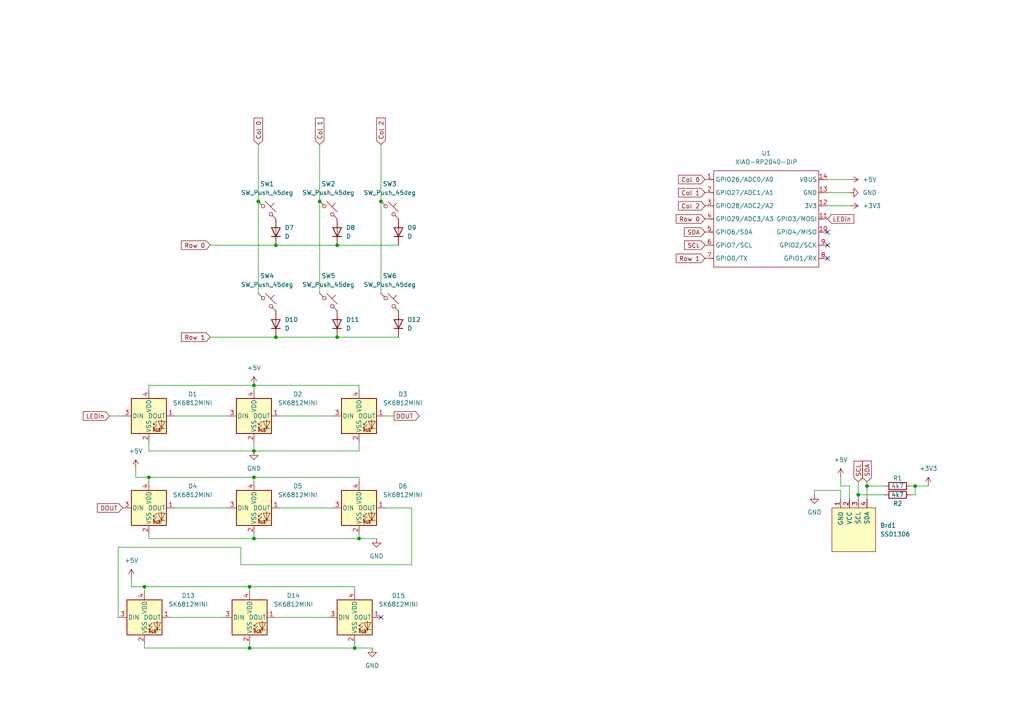
<source format=kicad_sch>
(kicad_sch (version 20231120) (generator "eeschema") (generator_version "8.0")
  (paper "A4")
  (lib_symbols
    (symbol "Device:D" (pin_numbers hide) (pin_names (offset 1.016) hide)
      (property "Reference" "D" (at 0 2.54 0))
      (property "Value" "D" (at 0 -2.54 0))
      (symbol "D_0_1"
        (polyline (pts (xy -1.27 1.27) (xy -1.27 -1.27)) (stroke (width 0.254)))
        (polyline (pts (xy 1.27 0) (xy -1.27 0)))
        (polyline (pts (xy 1.27 1.27) (xy 1.27 -1.27) (xy -1.27 0) (xy 1.27 1.27)) (stroke (width 0.254)))
      )
      (symbol "D_1_1"
        (pin passive line (at -3.81 0 0) (length 2.54) (name "K") (number "1"))
        (pin passive line (at 3.81 0 180) (length 2.54) (name "A") (number "2"))
      )
    )
    (symbol "Device:R" (pin_numbers hide) (pin_names (offset 0))
      (property "Reference" "R" (at 2.032 0 90))
      (property "Value" "R" (at 0 0 90))
      (symbol "R_0_1"
        (rectangle (start -1.016 -2.54) (end 1.016 2.54) (stroke (width 0.254)))
      )
      (symbol "R_1_1"
        (pin passive line (at 0 3.81 270) (length 1.27) (name "~") (number "1"))
        (pin passive line (at 0 -3.81 90) (length 1.27) (name "~") (number "2"))
      )
    )
    (symbol "LED:SK6812MINI" (pin_names (offset 0.254))
      (property "Reference" "D" (at 5.08 5.715 0))
      (property "Value" "SK6812MINI" (at 1.27 -5.715 0))
      (symbol "SK6812MINI_0_0"
        (text "RGB" (at 2.286 -4.191 0) (effects (font (size 0.762 0.762))))
      )
      (symbol "SK6812MINI_0_1"
        (polyline (pts (xy 1.27 -3.556) (xy 1.778 -3.556)))
        (polyline (pts (xy 1.27 -2.54) (xy 1.778 -2.54)))
        (polyline (pts (xy 4.699 -3.556) (xy 2.667 -3.556)))
        (polyline (pts (xy 2.286 -2.54) (xy 1.27 -3.556) (xy 1.27 -3.048)))
        (polyline (pts (xy 2.286 -1.524) (xy 1.27 -2.54) (xy 1.27 -2.032)))
        (polyline (pts (xy 3.683 -1.016) (xy 3.683 -3.556) (xy 3.683 -4.064)))
        (polyline (pts (xy 4.699 -1.524) (xy 2.667 -1.524) (xy 3.683 -3.556) (xy 4.699 -1.524)))
        (rectangle (start 5.08 5.08) (end -5.08 -5.08) (stroke (width 0.254)) (fill (type background)))
      )
      (symbol "SK6812MINI_1_1"
        (pin output line (at 7.62 0 180) (length 2.54) (name "DOUT") (number "1"))
        (pin power_in line (at 0 -7.62 90) (length 2.54) (name "VSS") (number "2"))
        (pin input line (at -7.62 0 0) (length 2.54) (name "DIN") (number "3"))
        (pin power_in line (at 0 7.62 270) (length 2.54) (name "VDD") (number "4"))
      )
    )
    (symbol "Switch:SW_Push_45deg" (pin_numbers hide) (pin_names (offset 1.016) hide)
      (property "Reference" "SW" (at 3.048 1.016 0))
      (property "Value" "SW_Push_45deg" (at 0 -3.81 0))
      (symbol "SW_Push_45deg_0_1"
        (circle (center -1.1684 1.1684) (radius 0.508))
        (polyline (pts (xy -0.508 2.54) (xy 2.54 -0.508)))
        (polyline (pts (xy 1.016 1.016) (xy 2.032 2.032)))
        (polyline (pts (xy -2.54 2.54) (xy -1.524 1.524) (xy -1.524 1.524)))
        (polyline (pts (xy 1.524 -1.524) (xy 2.54 -2.54) (xy 2.54 -2.54) (xy 2.54 -2.54)))
        (circle (center 1.143 -1.1938) (radius 0.508))
        (pin passive line (at -2.54 2.54 0) (length 0) (name "1") (number "1"))
        (pin passive line (at 2.54 -2.54 180) (length 0) (name "2") (number "2"))
      )
    )
    (symbol "oled:SSD1306" (pin_names (offset 1.016))
      (property "Reference" "Brd" (at 0 -3.81 0))
      (property "Value" "SSD1306" (at 0 -1.27 0))
      (symbol "SSD1306_0_1"
        (rectangle (start -6.35 6.35) (end 6.35 -6.35) (fill (type background)))
      )
      (symbol "SSD1306_1_1"
        (pin input line (at -3.81 8.89 270) (length 2.54) (name "GND") (number "1"))
        (pin input line (at -1.27 8.89 270) (length 2.54) (name "VCC") (number "2"))
        (pin input line (at 1.27 8.89 270) (length 2.54) (name "SCL") (number "3"))
        (pin input line (at 3.81 8.89 270) (length 2.54) (name "SDA") (number "4"))
      )
    )
    (symbol "power:+3V3" (power) (pin_numbers hide) (pin_names (offset 0) hide)
      (property "Value" "+3V3" (at 0 3.556 0))
      (symbol "+3V3_0_1"
        (polyline (pts (xy -0.762 1.27) (xy 0 2.54)))
        (polyline (pts (xy 0 0) (xy 0 2.54)))
        (polyline (pts (xy 0 2.54) (xy 0.762 1.27)))
      )
      (symbol "+3V3_1_1"
        (pin power_in line (at 0 0 90) (length 0) (name "~") (number "1"))
      )
    )
    (symbol "power:+5V" (power) (pin_numbers hide) (pin_names (offset 0) hide)
      (property "Value" "+5V" (at 0 3.556 0))
      (symbol "+5V_0_1"
        (polyline (pts (xy -0.762 1.27) (xy 0 2.54)))
        (polyline (pts (xy 0 0) (xy 0 2.54)))
        (polyline (pts (xy 0 2.54) (xy 0.762 1.27)))
      )
      (symbol "+5V_1_1"
        (pin power_in line (at 0 0 90) (length 0) (name "~") (number "1"))
      )
    )
    (symbol "power:GND" (power) (pin_numbers hide) (pin_names (offset 0) hide)
      (property "Value" "GND" (at 0 -3.81 0))
      (symbol "GND_0_1"
        (polyline (pts (xy 0 0) (xy 0 -1.27) (xy 1.27 -1.27) (xy 0 -2.54) (xy -1.27 -1.27) (xy 0 -1.27)))
      )
      (symbol "GND_1_1"
        (pin power_in line (at 0 0 270) (length 0) (name "~") (number "1"))
      )
    )
    (symbol "xiao:XIAO-RP2040-DIP"
      (property "Reference" "U" (at 0 0 0))
      (property "Value" "XIAO-RP2040-DIP" (at 5.334 -1.778 0))
      (symbol "XIAO-RP2040-DIP_1_0"
        (polyline (pts (xy -1.27 -30.48) (xy -1.27 -16.51)) (stroke (width 0.1524)))
        (polyline (pts (xy -1.27 -27.94) (xy -2.54 -27.94)) (stroke (width 0.1524)))
        (polyline (pts (xy -1.27 -24.13) (xy -2.54 -24.13)) (stroke (width 0.1524)))
        (polyline (pts (xy -1.27 -20.32) (xy -2.54 -20.32)) (stroke (width 0.1524)))
        (polyline (pts (xy -1.27 -16.51) (xy -2.54 -16.51)) (stroke (width 0.1524)))
        (polyline (pts (xy -1.27 -16.51) (xy -1.27 -12.7)) (stroke (width 0.1524)))
        (polyline (pts (xy -1.27 -12.7) (xy -2.54 -12.7)) (stroke (width 0.1524)))
        (polyline (pts (xy -1.27 -12.7) (xy -1.27 -8.89)) (stroke (width 0.1524)))
        (polyline (pts (xy -1.27 -8.89) (xy -2.54 -8.89)) (stroke (width 0.1524)))
        (polyline (pts (xy -1.27 -8.89) (xy -1.27 -5.08)) (stroke (width 0.1524)))
        (polyline (pts (xy -1.27 -5.08) (xy -2.54 -5.08)) (stroke (width 0.1524)))
        (polyline (pts (xy -1.27 -5.08) (xy -1.27 -2.54)) (stroke (width 0.1524)))
        (polyline (pts (xy -1.27 -2.54) (xy 29.21 -2.54)) (stroke (width 0.1524)))
        (polyline (pts (xy 29.21 -30.48) (xy -1.27 -30.48)) (stroke (width 0.1524)))
        (polyline (pts (xy 29.21 -12.7) (xy 29.21 -30.48)) (stroke (width 0.1524)))
        (polyline (pts (xy 29.21 -8.89) (xy 29.21 -12.7)) (stroke (width 0.1524)))
        (polyline (pts (xy 29.21 -5.08) (xy 29.21 -8.89)) (stroke (width 0.1524)))
        (polyline (pts (xy 29.21 -2.54) (xy 29.21 -5.08)) (stroke (width 0.1524)))
        (polyline (pts (xy 30.48 -27.94) (xy 29.21 -27.94)) (stroke (width 0.1524)))
        (polyline (pts (xy 30.48 -24.13) (xy 29.21 -24.13)) (stroke (width 0.1524)))
        (polyline (pts (xy 30.48 -20.32) (xy 29.21 -20.32)) (stroke (width 0.1524)))
        (polyline (pts (xy 30.48 -16.51) (xy 29.21 -16.51)) (stroke (width 0.1524)))
        (polyline (pts (xy 30.48 -12.7) (xy 29.21 -12.7)) (stroke (width 0.1524)))
        (polyline (pts (xy 30.48 -8.89) (xy 29.21 -8.89)) (stroke (width 0.1524)))
        (polyline (pts (xy 30.48 -5.08) (xy 29.21 -5.08)) (stroke (width 0.1524)))
        (pin passive line (at -3.81 -5.08 0) (length 2.54) (name "GPIO26/ADC0/A0") (number "1"))
        (pin passive line (at 31.75 -20.32 180) (length 2.54) (name "GPIO4/MISO") (number "10"))
        (pin passive line (at 31.75 -16.51 180) (length 2.54) (name "GPIO3/MOSI") (number "11"))
        (pin passive line (at 31.75 -12.7 180) (length 2.54) (name "3V3") (number "12"))
        (pin passive line (at 31.75 -8.89 180) (length 2.54) (name "GND") (number "13"))
        (pin passive line (at 31.75 -5.08 180) (length 2.54) (name "VBUS") (number "14"))
        (pin passive line (at -3.81 -8.89 0) (length 2.54) (name "GPIO27/ADC1/A1") (number "2"))
        (pin passive line (at -3.81 -12.7 0) (length 2.54) (name "GPIO28/ADC2/A2") (number "3"))
        (pin passive line (at -3.81 -16.51 0) (length 2.54) (name "GPIO29/ADC3/A3") (number "4"))
        (pin passive line (at -3.81 -20.32 0) (length 2.54) (name "GPIO6/SDA") (number "5"))
        (pin passive line (at -3.81 -24.13 0) (length 2.54) (name "GPIO7/SCL") (number "6"))
        (pin passive line (at -3.81 -27.94 0) (length 2.54) (name "GPIO0/TX") (number "7"))
        (pin passive line (at 31.75 -27.94 180) (length 2.54) (name "GPIO1/RX") (number "8"))
        (pin passive line (at 31.75 -24.13 180) (length 2.54) (name "GPIO2/SCK") (number "9"))
      )
    )
  )
  (junction (at 248.92 143.51))
  (junction (at 73.66 156.21))
  (junction (at 104.14 156.21))
  (junction (at 73.66 138.43))
  (junction (at 80.01 71.12))
  (junction (at 43.18 138.43))
  (junction (at 41.91 170.18))
  (junction (at 72.39 170.18))
  (junction (at 102.87 187.96))
  (junction (at 73.66 130.81))
  (junction (at 74.93 58.42))
  (junction (at 73.66 111.76))
  (junction (at 80.01 97.79))
  (junction (at 72.39 187.96))
  (junction (at 265.43 140.97))
  (junction (at 110.49 58.42))
  (junction (at 92.71 58.42))
  (junction (at 251.46 140.97))
  (junction (at 97.79 71.12))
  (junction (at 97.79 97.79))
  (no_connect (at 110.49 179.07))
  (no_connect (at 240.03 67.31))
  (no_connect (at 240.03 74.93))
  (no_connect (at 240.03 71.12))
  (wire (pts (xy 92.71 58.42) (xy 92.71 85.09)))
  (wire (pts (xy 74.93 58.42) (xy 74.93 85.09)))
  (wire (pts (xy 43.18 156.21) (xy 73.66 156.21)))
  (wire (pts (xy 265.43 140.97) (xy 265.43 143.51)))
  (wire (pts (xy 102.87 187.96) (xy 107.95 187.96)))
  (wire (pts (xy 73.66 111.76) (xy 73.66 113.03)))
  (wire (pts (xy 236.22 142.24) (xy 243.84 142.24)))
  (wire (pts (xy 104.14 156.21) (xy 109.22 156.21)))
  (wire (pts (xy 43.18 138.43) (xy 73.66 138.43)))
  (wire (pts (xy 43.18 130.81) (xy 73.66 130.81)))
  (wire (pts (xy 43.18 113.03) (xy 43.18 111.76)))
  (wire (pts (xy 104.14 138.43) (xy 104.14 139.7)))
  (wire (pts (xy 60.96 71.12) (xy 80.01 71.12)))
  (wire (pts (xy 60.96 97.79) (xy 80.01 97.79)))
  (wire (pts (xy 69.85 163.83) (xy 69.85 158.75)))
  (wire (pts (xy 72.39 170.18) (xy 102.87 170.18)))
  (wire (pts (xy 264.16 140.97) (xy 265.43 140.97)))
  (wire (pts (xy 73.66 138.43) (xy 104.14 138.43)))
  (wire (pts (xy 251.46 139.7) (xy 251.46 140.97)))
  (wire (pts (xy 243.84 142.24) (xy 243.84 144.78)))
  (wire (pts (xy 43.18 154.94) (xy 43.18 156.21)))
  (wire (pts (xy 111.76 147.32) (xy 119.38 147.32)))
  (wire (pts (xy 41.91 187.96) (xy 72.39 187.96)))
  (wire (pts (xy 81.28 147.32) (xy 96.52 147.32)))
  (wire (pts (xy 41.91 170.18) (xy 38.1 170.18)))
  (wire (pts (xy 81.28 120.65) (xy 96.52 120.65)))
  (wire (pts (xy 72.39 186.69) (xy 72.39 187.96)))
  (wire (pts (xy 248.92 143.51) (xy 248.92 144.78)))
  (wire (pts (xy 73.66 138.43) (xy 73.66 139.7)))
  (wire (pts (xy 240.03 52.07) (xy 246.38 52.07)))
  (wire (pts (xy 104.14 111.76) (xy 104.14 113.03)))
  (wire (pts (xy 110.49 41.91) (xy 110.49 58.42)))
  (wire (pts (xy 251.46 140.97) (xy 251.46 144.78)))
  (wire (pts (xy 110.49 58.42) (xy 110.49 85.09)))
  (wire (pts (xy 73.66 130.81) (xy 104.14 130.81)))
  (wire (pts (xy 243.84 140.97) (xy 246.38 140.97)))
  (wire (pts (xy 72.39 170.18) (xy 72.39 171.45)))
  (wire (pts (xy 248.92 143.51) (xy 256.54 143.51)))
  (wire (pts (xy 104.14 130.81) (xy 104.14 128.27)))
  (wire (pts (xy 80.01 179.07) (xy 95.25 179.07)))
  (wire (pts (xy 80.01 97.79) (xy 97.79 97.79)))
  (wire (pts (xy 43.18 128.27) (xy 43.18 130.81)))
  (wire (pts (xy 251.46 140.97) (xy 256.54 140.97)))
  (wire (pts (xy 74.93 41.91) (xy 74.93 58.42)))
  (wire (pts (xy 73.66 128.27) (xy 73.66 130.81)))
  (wire (pts (xy 31.75 120.65) (xy 35.56 120.65)))
  (wire (pts (xy 102.87 170.18) (xy 102.87 171.45)))
  (wire (pts (xy 104.14 156.21) (xy 104.14 154.94)))
  (wire (pts (xy 41.91 171.45) (xy 41.91 170.18)))
  (wire (pts (xy 41.91 170.18) (xy 72.39 170.18)))
  (wire (pts (xy 240.03 59.69) (xy 246.38 59.69)))
  (wire (pts (xy 50.8 147.32) (xy 66.04 147.32)))
  (wire (pts (xy 43.18 138.43) (xy 39.37 138.43)))
  (wire (pts (xy 80.01 71.12) (xy 97.79 71.12)))
  (wire (pts (xy 246.38 140.97) (xy 246.38 144.78)))
  (wire (pts (xy 236.22 143.51) (xy 236.22 142.24)))
  (wire (pts (xy 119.38 163.83) (xy 69.85 163.83)))
  (wire (pts (xy 92.71 41.91) (xy 92.71 58.42)))
  (wire (pts (xy 43.18 111.76) (xy 73.66 111.76)))
  (wire (pts (xy 39.37 135.89) (xy 39.37 138.43)))
  (wire (pts (xy 248.92 139.7) (xy 248.92 143.51)))
  (wire (pts (xy 265.43 143.51) (xy 264.16 143.51)))
  (wire (pts (xy 73.66 111.76) (xy 104.14 111.76)))
  (wire (pts (xy 73.66 154.94) (xy 73.66 156.21)))
  (wire (pts (xy 34.29 158.75) (xy 34.29 179.07)))
  (wire (pts (xy 69.85 158.75) (xy 34.29 158.75)))
  (wire (pts (xy 41.91 186.69) (xy 41.91 187.96)))
  (wire (pts (xy 269.24 140.97) (xy 265.43 140.97)))
  (wire (pts (xy 111.76 120.65) (xy 114.3 120.65)))
  (wire (pts (xy 43.18 139.7) (xy 43.18 138.43)))
  (wire (pts (xy 72.39 187.96) (xy 102.87 187.96)))
  (wire (pts (xy 97.79 97.79) (xy 115.57 97.79)))
  (wire (pts (xy 240.03 55.88) (xy 246.38 55.88)))
  (wire (pts (xy 97.79 71.12) (xy 115.57 71.12)))
  (wire (pts (xy 243.84 138.43) (xy 243.84 140.97)))
  (wire (pts (xy 49.53 179.07) (xy 64.77 179.07)))
  (wire (pts (xy 102.87 187.96) (xy 102.87 186.69)))
  (wire (pts (xy 119.38 147.32) (xy 119.38 163.83)))
  (wire (pts (xy 50.8 120.65) (xy 66.04 120.65)))
  (wire (pts (xy 38.1 167.64) (xy 38.1 170.18)))
  (wire (pts (xy 73.66 156.21) (xy 104.14 156.21)))
  (global_label "LEDin" (shape input) (at 31.75 120.65 180) (property "Intersheetrefs" "${INTERSHEET_REFS}" (effects (hide yes))))
  (global_label "Row 1" (shape input) (at 204.47 74.93 180) (property "Intersheetrefs" "${INTERSHEET_REFS}" (effects (hide yes))))
  (global_label "DOUT" (shape output) (at 114.3 120.65 0) (property "Intersheetrefs" "${INTERSHEET_REFS}" (effects (hide yes))))
  (global_label "Col 1" (shape input) (at 204.47 55.88 180) (property "Intersheetrefs" "${INTERSHEET_REFS}" (effects (hide yes))))
  (global_label "Row 1" (shape input) (at 60.96 97.79 180) (property "Intersheetrefs" "${INTERSHEET_REFS}" (effects (hide yes))))
  (global_label "SCL" (shape input) (at 204.47 71.12 180) (property "Intersheetrefs" "${INTERSHEET_REFS}" (effects (hide yes))))
  (global_label "SCL" (shape input) (at 248.92 139.7 90) (property "Intersheetrefs" "${INTERSHEET_REFS}" (effects (hide yes))))
  (global_label "Col 0" (shape input) (at 204.47 52.07 180) (property "Intersheetrefs" "${INTERSHEET_REFS}" (effects (hide yes))))
  (global_label "SDA" (shape input) (at 204.47 67.31 180) (property "Intersheetrefs" "${INTERSHEET_REFS}" (effects (hide yes))))
  (global_label "Col 2" (shape input) (at 110.49 41.91 90) (property "Intersheetrefs" "${INTERSHEET_REFS}" (effects (hide yes))))
  (global_label "SDA" (shape input) (at 251.46 139.7 90) (property "Intersheetrefs" "${INTERSHEET_REFS}" (effects (hide yes))))
  (global_label "Col 1" (shape input) (at 92.71 41.91 90) (property "Intersheetrefs" "${INTERSHEET_REFS}" (effects (hide yes))))
  (global_label "Row 0" (shape input) (at 204.47 63.5 180) (property "Intersheetrefs" "${INTERSHEET_REFS}" (effects (hide yes))))
  (global_label "Col 0" (shape input) (at 74.93 41.91 90) (property "Intersheetrefs" "${INTERSHEET_REFS}" (effects (hide yes))))
  (global_label "Col 2" (shape input) (at 204.47 59.69 180) (property "Intersheetrefs" "${INTERSHEET_REFS}" (effects (hide yes))))
  (global_label "DOUT" (shape input) (at 35.56 147.32 180) (property "Intersheetrefs" "${INTERSHEET_REFS}" (effects (hide yes))))
  (global_label "LEDin" (shape input) (at 240.03 63.5 0) (property "Intersheetrefs" "${INTERSHEET_REFS}" (effects (hide yes))))
  (global_label "Row 0" (shape input) (at 60.96 71.12 180) (property "Intersheetrefs" "${INTERSHEET_REFS}" (effects (hide yes))))
  (symbol (lib_id "LED:SK6812MINI") (at 104.14 120.65 0) (unit 1)
    (property "Reference" "D3" (at 116.84 114.3314 0))
    (property "Value" "SK6812MINI" (at 116.84 116.8714 0))
    (property "Footprint" "cyao:SK6812MINI-E" (effects (hide yes)))
    (property "Datasheet" "https://cdn-shop.adafruit.com/product-files/2686/SK6812MINI_REV.01-1-2.pdf" (effects (hide yes)))
    (property "Description" "RGB LED with integrated controller" (effects (hide yes)))
  )
  (symbol (lib_id "power:GND") (at 246.38 55.88 90) (unit 1)
    (property "Reference" "#PWR02" (effects (hide yes)))
    (property "Value" "GND" (at 250.19 55.8799 90) (effects (justify right)))
    (property "Description" "Power symbol creates a global label with name \"GND\" , ground" (effects (hide yes)))
  )
  (symbol (lib_id "Switch:SW_Push_45deg") (at 77.47 87.63 0) (unit 1)
    (property "Reference" "SW4" (at 77.47 80.01 0))
    (property "Value" "SW_Push_45deg" (at 77.47 82.55 0))
    (property "Footprint" "mx:MX-Solderable-1U" (effects (hide yes)))
    (property "Description" "Push button switch, normally open, two pins, 45° tilted" (effects (hide yes)))
  )
  (symbol (lib_id "power:+5V") (at 39.37 135.89 0) (unit 1)
    (property "Reference" "#PWR06" (effects (hide yes)))
    (property "Value" "+5V" (at 39.37 130.81 0))
    (property "Description" "Power symbol creates a global label with name \"+5V\"" (effects (hide yes)))
  )
  (symbol (lib_id "LED:SK6812MINI") (at 41.91 179.07 0) (unit 1)
    (property "Reference" "D13" (at 54.61 172.7514 0))
    (property "Value" "SK6812MINI" (at 54.61 175.2914 0))
    (property "Footprint" "cyao:SK6812MINI-E" (effects (hide yes)))
    (property "Datasheet" "https://cdn-shop.adafruit.com/product-files/2686/SK6812MINI_REV.01-1-2.pdf" (effects (hide yes)))
    (property "Description" "RGB LED with integrated controller" (effects (hide yes)))
  )
  (symbol (lib_id "power:+5V") (at 246.38 52.07 270) (unit 1)
    (property "Reference" "#PWR01" (effects (hide yes)))
    (property "Value" "+5V" (at 250.19 52.0699 90) (effects (justify left)))
    (property "Description" "Power symbol creates a global label with name \"+5V\"" (effects (hide yes)))
  )
  (symbol (lib_id "LED:SK6812MINI") (at 73.66 120.65 0) (unit 1)
    (property "Reference" "D2" (at 86.36 114.3314 0))
    (property "Value" "SK6812MINI" (at 86.36 116.8714 0))
    (property "Footprint" "cyao:SK6812MINI-E" (effects (hide yes)))
    (property "Datasheet" "https://cdn-shop.adafruit.com/product-files/2686/SK6812MINI_REV.01-1-2.pdf" (effects (hide yes)))
    (property "Description" "RGB LED with integrated controller" (effects (hide yes)))
  )
  (symbol (lib_id "LED:SK6812MINI") (at 104.14 147.32 0) (unit 1)
    (property "Reference" "D6" (at 116.84 141.0014 0))
    (property "Value" "SK6812MINI" (at 116.84 143.5414 0))
    (property "Footprint" "cyao:SK6812MINI-E" (effects (hide yes)))
    (property "Datasheet" "https://cdn-shop.adafruit.com/product-files/2686/SK6812MINI_REV.01-1-2.pdf" (effects (hide yes)))
    (property "Description" "RGB LED with integrated controller" (effects (hide yes)))
  )
  (symbol (lib_id "Device:D") (at 97.79 93.98 90) (unit 1)
    (property "Reference" "D11" (at 100.33 92.7099 90) (effects (justify right)))
    (property "Value" "D" (at 100.33 95.2499 90) (effects (justify right)))
    (property "Footprint" "Diode_THT:D_DO-35_SOD27_P7.62mm_Horizontal" (effects (hide yes)))
    (property "Description" "Diode" (effects (hide yes)))
    (property "Sim.Device" "D" (effects (hide yes)))
    (property "Sim.Pins" "1=K 2=A" (effects (hide yes)))
  )
  (symbol (lib_id "Device:D") (at 80.01 67.31 90) (unit 1)
    (property "Reference" "D7" (at 82.55 66.0399 90) (effects (justify right)))
    (property "Value" "D" (at 82.55 68.5799 90) (effects (justify right)))
    (property "Footprint" "Diode_THT:D_DO-35_SOD27_P7.62mm_Horizontal" (effects (hide yes)))
    (property "Description" "Diode" (effects (hide yes)))
    (property "Sim.Device" "D" (effects (hide yes)))
    (property "Sim.Pins" "1=K 2=A" (effects (hide yes)))
  )
  (symbol (lib_id "power:GND") (at 109.22 156.21 0) (unit 1)
    (property "Reference" "#PWR07" (effects (hide yes)))
    (property "Value" "GND" (at 109.22 161.29 0))
    (property "Description" "Power symbol creates a global label with name \"GND\" , ground" (effects (hide yes)))
  )
  (symbol (lib_id "oled:SSD1306") (at 247.65 153.67 0) (unit 1)
    (property "Reference" "Brd1" (at 255.27 152.3999 0) (effects (justify left)))
    (property "Value" "SSD1306" (at 255.27 154.9399 0) (effects (justify left)))
    (property "Footprint" "oled:SSD1306-0.91-OLED-4pin-128x32" (effects (hide yes)))
    (property "Description" "SSD1306 OLED" (effects (hide yes)))
  )
  (symbol (lib_id "power:+5V") (at 38.1 167.64 0) (unit 1)
    (property "Reference" "#PWR010" (effects (hide yes)))
    (property "Value" "+5V" (at 38.1 162.56 0))
    (property "Description" "Power symbol creates a global label with name \"+5V\"" (effects (hide yes)))
  )
  (symbol (lib_id "LED:SK6812MINI") (at 73.66 147.32 0) (unit 1)
    (property "Reference" "D5" (at 86.36 141.0014 0))
    (property "Value" "SK6812MINI" (at 86.36 143.5414 0))
    (property "Footprint" "cyao:SK6812MINI-E" (effects (hide yes)))
    (property "Datasheet" "https://cdn-shop.adafruit.com/product-files/2686/SK6812MINI_REV.01-1-2.pdf" (effects (hide yes)))
    (property "Description" "RGB LED with integrated controller" (effects (hide yes)))
  )
  (symbol (lib_id "Switch:SW_Push_45deg") (at 95.25 60.96 0) (unit 1)
    (property "Reference" "SW2" (at 95.25 53.34 0))
    (property "Value" "SW_Push_45deg" (at 95.25 55.88 0))
    (property "Footprint" "mx:MX-Solderable-1U" (effects (hide yes)))
    (property "Description" "Push button switch, normally open, two pins, 45° tilted" (effects (hide yes)))
  )
  (symbol (lib_id "Device:D") (at 80.01 93.98 90) (unit 1)
    (property "Reference" "D10" (at 82.55 92.7099 90) (effects (justify right)))
    (property "Value" "D" (at 82.55 95.2499 90) (effects (justify right)))
    (property "Footprint" "Diode_THT:D_DO-35_SOD27_P7.62mm_Horizontal" (effects (hide yes)))
    (property "Description" "Diode" (effects (hide yes)))
    (property "Sim.Device" "D" (effects (hide yes)))
    (property "Sim.Pins" "1=K 2=A" (effects (hide yes)))
  )
  (symbol (lib_id "LED:SK6812MINI") (at 43.18 147.32 0) (unit 1)
    (property "Reference" "D4" (at 55.88 141.0014 0))
    (property "Value" "SK6812MINI" (at 55.88 143.5414 0))
    (property "Footprint" "cyao:SK6812MINI-E" (effects (hide yes)))
    (property "Datasheet" "https://cdn-shop.adafruit.com/product-files/2686/SK6812MINI_REV.01-1-2.pdf" (effects (hide yes)))
    (property "Description" "RGB LED with integrated controller" (effects (hide yes)))
  )
  (symbol (lib_id "Device:R") (at 260.35 140.97 90) (unit 1)
    (property "Reference" "R1" (at 260.35 138.684 90))
    (property "Value" "4k7" (at 260.35 140.97 90))
    (property "Footprint" "Resistor_THT:R_Axial_DIN0204_L3.6mm_D1.6mm_P7.62mm_Horizontal" (effects (hide yes)))
    (property "Description" "Resistor" (effects (hide yes)))
  )
  (symbol (lib_id "Device:D") (at 115.57 93.98 90) (unit 1)
    (property "Reference" "D12" (at 118.11 92.7099 90) (effects (justify right)))
    (property "Value" "D" (at 118.11 95.2499 90) (effects (justify right)))
    (property "Footprint" "Diode_THT:D_DO-35_SOD27_P7.62mm_Horizontal" (effects (hide yes)))
    (property "Description" "Diode" (effects (hide yes)))
    (property "Sim.Device" "D" (effects (hide yes)))
    (property "Sim.Pins" "1=K 2=A" (effects (hide yes)))
  )
  (symbol (lib_id "power:+5V") (at 73.66 111.76 0) (unit 1)
    (property "Reference" "#PWR04" (effects (hide yes)))
    (property "Value" "+5V" (at 73.66 106.68 0))
    (property "Description" "Power symbol creates a global label with name \"+5V\"" (effects (hide yes)))
  )
  (symbol (lib_id "Device:D") (at 97.79 67.31 90) (unit 1)
    (property "Reference" "D8" (at 100.33 66.0399 90) (effects (justify right)))
    (property "Value" "D" (at 100.33 68.5799 90) (effects (justify right)))
    (property "Footprint" "Diode_THT:D_DO-35_SOD27_P7.62mm_Horizontal" (effects (hide yes)))
    (property "Description" "Diode" (effects (hide yes)))
    (property "Sim.Device" "D" (effects (hide yes)))
    (property "Sim.Pins" "1=K 2=A" (effects (hide yes)))
  )
  (symbol (lib_id "power:+5V") (at 243.84 138.43 0) (unit 1)
    (property "Reference" "#PWR08" (effects (hide yes)))
    (property "Value" "+5V" (at 243.84 133.35 0))
    (property "Description" "Power symbol creates a global label with name \"+5V\"" (effects (hide yes)))
  )
  (symbol (lib_id "LED:SK6812MINI") (at 102.87 179.07 0) (unit 1)
    (property "Reference" "D15" (at 115.57 172.7514 0))
    (property "Value" "SK6812MINI" (at 115.57 175.2914 0))
    (property "Footprint" "cyao:SK6812MINI-E" (effects (hide yes)))
    (property "Datasheet" "https://cdn-shop.adafruit.com/product-files/2686/SK6812MINI_REV.01-1-2.pdf" (effects (hide yes)))
    (property "Description" "RGB LED with integrated controller" (effects (hide yes)))
  )
  (symbol (lib_id "LED:SK6812MINI") (at 43.18 120.65 0) (unit 1)
    (property "Reference" "D1" (at 55.88 114.3314 0))
    (property "Value" "SK6812MINI" (at 55.88 116.8714 0))
    (property "Footprint" "cyao:SK6812MINI-E" (effects (hide yes)))
    (property "Datasheet" "https://cdn-shop.adafruit.com/product-files/2686/SK6812MINI_REV.01-1-2.pdf" (effects (hide yes)))
    (property "Description" "RGB LED with integrated controller" (effects (hide yes)))
  )
  (symbol (lib_id "Switch:SW_Push_45deg") (at 95.25 87.63 0) (unit 1)
    (property "Reference" "SW5" (at 95.25 80.01 0))
    (property "Value" "SW_Push_45deg" (at 95.25 82.55 0))
    (property "Footprint" "mx:MX-Solderable-1U" (effects (hide yes)))
    (property "Description" "Push button switch, normally open, two pins, 45° tilted" (effects (hide yes)))
  )
  (symbol (lib_id "Device:D") (at 115.57 67.31 90) (unit 1)
    (property "Reference" "D9" (at 118.11 66.0399 90) (effects (justify right)))
    (property "Value" "D" (at 118.11 68.5799 90) (effects (justify right)))
    (property "Footprint" "Diode_THT:D_DO-35_SOD27_P7.62mm_Horizontal" (effects (hide yes)))
    (property "Description" "Diode" (effects (hide yes)))
    (property "Sim.Device" "D" (effects (hide yes)))
    (property "Sim.Pins" "1=K 2=A" (effects (hide yes)))
  )
  (symbol (lib_id "power:GND") (at 236.22 143.51 0) (unit 1)
    (property "Reference" "#PWR09" (effects (hide yes)))
    (property "Value" "GND" (at 236.22 148.59 0))
    (property "Description" "Power symbol creates a global label with name \"GND\" , ground" (effects (hide yes)))
  )
  (symbol (lib_id "power:GND") (at 107.95 187.96 0) (unit 1)
    (property "Reference" "#PWR012" (effects (hide yes)))
    (property "Value" "GND" (at 107.95 193.04 0))
    (property "Description" "Power symbol creates a global label with name \"GND\" , ground" (effects (hide yes)))
  )
  (symbol (lib_id "Switch:SW_Push_45deg") (at 113.03 87.63 0) (unit 1)
    (property "Reference" "SW6" (at 113.03 80.01 0))
    (property "Value" "SW_Push_45deg" (at 113.03 82.55 0))
    (property "Footprint" "mx:MX-Solderable-1U" (effects (hide yes)))
    (property "Description" "Push button switch, normally open, two pins, 45° tilted" (effects (hide yes)))
  )
  (symbol (lib_id "xiao:XIAO-RP2040-DIP") (at 208.28 46.99 0) (unit 1)
    (property "Reference" "U1" (at 222.25 44.45 0))
    (property "Value" "XIAO-RP2040-DIP" (at 222.25 46.99 0))
    (property "Footprint" "xiao:XIAO-RP2040-DIP" (effects (hide yes)))
  )
  (symbol (lib_id "Device:R") (at 260.35 143.51 90) (mirror x) (unit 1)
    (property "Reference" "R2" (at 260.35 146.05 90))
    (property "Value" "4k7" (at 260.35 143.51 90))
    (property "Footprint" "Resistor_THT:R_Axial_DIN0204_L3.6mm_D1.6mm_P7.62mm_Horizontal" (effects (hide yes)))
    (property "Description" "Resistor" (effects (hide yes)))
  )
  (symbol (lib_id "Switch:SW_Push_45deg") (at 77.47 60.96 0) (unit 1)
    (property "Reference" "SW1" (at 77.47 53.34 0))
    (property "Value" "SW_Push_45deg" (at 77.47 55.88 0))
    (property "Footprint" "mx:MX-Solderable-1U" (effects (hide yes)))
    (property "Description" "Push button switch, normally open, two pins, 45° tilted" (effects (hide yes)))
  )
  (symbol (lib_id "power:+3V3") (at 246.38 59.69 270) (unit 1)
    (property "Reference" "#PWR03" (effects (hide yes)))
    (property "Value" "+3V3" (at 250.19 59.6899 90) (effects (justify left)))
    (property "Description" "Power symbol creates a global label with name \"+3V3\"" (effects (hide yes)))
  )
  (symbol (lib_id "Switch:SW_Push_45deg") (at 113.03 60.96 0) (unit 1)
    (property "Reference" "SW3" (at 113.03 53.34 0))
    (property "Value" "SW_Push_45deg" (at 113.03 55.88 0))
    (property "Footprint" "mx:MX-Solderable-1U" (effects (hide yes)))
    (property "Description" "Push button switch, normally open, two pins, 45° tilted" (effects (hide yes)))
  )
  (symbol (lib_id "power:GND") (at 73.66 130.81 0) (unit 1)
    (property "Reference" "#PWR05" (effects (hide yes)))
    (property "Value" "GND" (at 73.66 135.89 0))
    (property "Description" "Power symbol creates a global label with name \"GND\" , ground" (effects (hide yes)))
  )
  (symbol (lib_id "LED:SK6812MINI") (at 72.39 179.07 0) (unit 1)
    (property "Reference" "D14" (at 85.09 172.7514 0))
    (property "Value" "SK6812MINI" (at 85.09 175.2914 0))
    (property "Footprint" "cyao:SK6812MINI-E" (effects (hide yes)))
    (property "Datasheet" "https://cdn-shop.adafruit.com/product-files/2686/SK6812MINI_REV.01-1-2.pdf" (effects (hide yes)))
    (property "Description" "RGB LED with integrated controller" (effects (hide yes)))
  )
  (symbol (lib_id "power:+3V3") (at 269.24 140.97 0) (unit 1)
    (property "Reference" "#PWR011" (effects (hide yes)))
    (property "Value" "+3V3" (at 269.24 135.89 0))
    (property "Description" "Power symbol creates a global label with name \"+3V3\"" (effects (hide yes)))
  )
)
</source>
